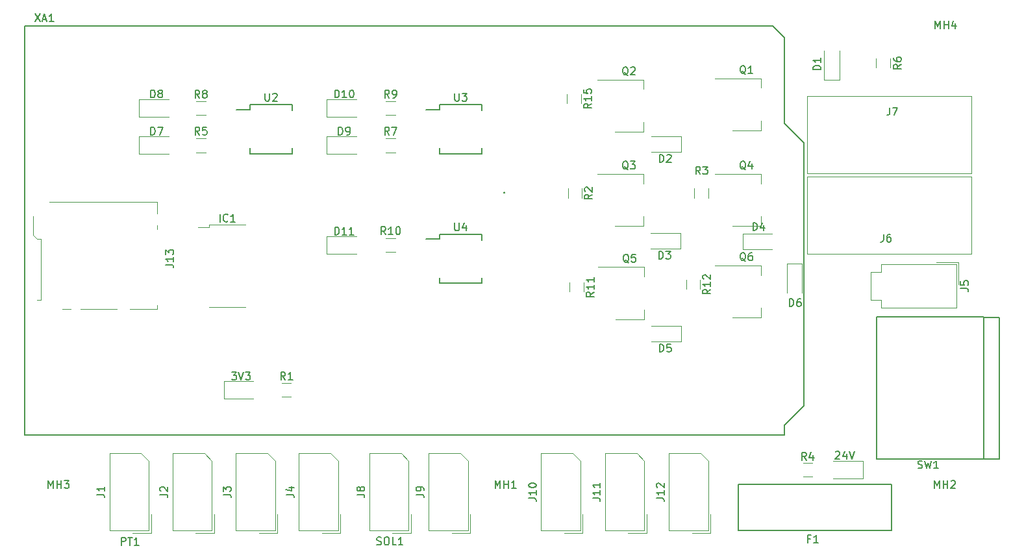
<source format=gbr>
G04 #@! TF.GenerationSoftware,KiCad,Pcbnew,(5.0.0)*
G04 #@! TF.CreationDate,2020-01-14T16:13:25-06:00*
G04 #@! TF.ProjectId,Igniter,49676E697465722E6B696361645F7063,rev?*
G04 #@! TF.SameCoordinates,Original*
G04 #@! TF.FileFunction,Legend,Top*
G04 #@! TF.FilePolarity,Positive*
%FSLAX46Y46*%
G04 Gerber Fmt 4.6, Leading zero omitted, Abs format (unit mm)*
G04 Created by KiCad (PCBNEW (5.0.0)) date 01/14/20 16:13:25*
%MOMM*%
%LPD*%
G01*
G04 APERTURE LIST*
%ADD10C,0.150000*%
%ADD11C,0.120000*%
G04 APERTURE END LIST*
D10*
X97793632Y-154005540D02*
X97793632Y-153005540D01*
X98174584Y-153005540D01*
X98269822Y-153053160D01*
X98317441Y-153100779D01*
X98365060Y-153196017D01*
X98365060Y-153338874D01*
X98317441Y-153434112D01*
X98269822Y-153481731D01*
X98174584Y-153529350D01*
X97793632Y-153529350D01*
X98650775Y-153005540D02*
X99222203Y-153005540D01*
X98936489Y-154005540D02*
X98936489Y-153005540D01*
X100079346Y-154005540D02*
X99507918Y-154005540D01*
X99793632Y-154005540D02*
X99793632Y-153005540D01*
X99698394Y-153148398D01*
X99603156Y-153243636D01*
X99507918Y-153291255D01*
X131113423Y-153917281D02*
X131256280Y-153964900D01*
X131494376Y-153964900D01*
X131589614Y-153917281D01*
X131637233Y-153869662D01*
X131684852Y-153774424D01*
X131684852Y-153679186D01*
X131637233Y-153583948D01*
X131589614Y-153536329D01*
X131494376Y-153488710D01*
X131303900Y-153441091D01*
X131208661Y-153393472D01*
X131161042Y-153345853D01*
X131113423Y-153250615D01*
X131113423Y-153155377D01*
X131161042Y-153060139D01*
X131208661Y-153012520D01*
X131303900Y-152964900D01*
X131541995Y-152964900D01*
X131684852Y-153012520D01*
X132303900Y-152964900D02*
X132494376Y-152964900D01*
X132589614Y-153012520D01*
X132684852Y-153107758D01*
X132732471Y-153298234D01*
X132732471Y-153631567D01*
X132684852Y-153822043D01*
X132589614Y-153917281D01*
X132494376Y-153964900D01*
X132303900Y-153964900D01*
X132208661Y-153917281D01*
X132113423Y-153822043D01*
X132065804Y-153631567D01*
X132065804Y-153298234D01*
X132113423Y-153107758D01*
X132208661Y-153012520D01*
X132303900Y-152964900D01*
X133637233Y-153964900D02*
X133161042Y-153964900D01*
X133161042Y-152964900D01*
X134494376Y-153964900D02*
X133922947Y-153964900D01*
X134208661Y-153964900D02*
X134208661Y-152964900D01*
X134113423Y-153107758D01*
X134018185Y-153202996D01*
X133922947Y-153250615D01*
D11*
G04 #@! TO.C,Q2*
X165892400Y-100120500D02*
X165892400Y-98860500D01*
X165892400Y-93300500D02*
X165892400Y-94560500D01*
X162132400Y-100120500D02*
X165892400Y-100120500D01*
X159882400Y-93300500D02*
X165892400Y-93300500D01*
D10*
G04 #@! TO.C,XA1*
X85234780Y-86288880D02*
X182770780Y-86288880D01*
X85234780Y-139628880D02*
X184294780Y-139628880D01*
X182770780Y-86288880D02*
X184294780Y-87812880D01*
X184294780Y-139628880D02*
X184294780Y-138358880D01*
X184294780Y-138358880D02*
X186834780Y-135818880D01*
X186834780Y-135818880D02*
X186834780Y-101528880D01*
X186834780Y-101528880D02*
X184294780Y-98988880D01*
X184294780Y-98988880D02*
X184294780Y-87812880D01*
X85234780Y-86288880D02*
X85234780Y-139628880D01*
D11*
G04 #@! TO.C,J12*
X174645520Y-152422820D02*
X174645520Y-150012820D01*
X172235520Y-152422820D02*
X174645520Y-152422820D01*
X169225520Y-142002820D02*
X169225520Y-152122820D01*
X173345520Y-142002820D02*
X169225520Y-142002820D01*
X174345520Y-143002820D02*
X173345520Y-142002820D01*
X174345520Y-152122820D02*
X174345520Y-143002820D01*
X169225520Y-152122820D02*
X174345520Y-152122820D01*
G04 #@! TO.C,J11*
X166304160Y-152422820D02*
X166304160Y-150012820D01*
X163894160Y-152422820D02*
X166304160Y-152422820D01*
X160884160Y-142002820D02*
X160884160Y-152122820D01*
X165004160Y-142002820D02*
X160884160Y-142002820D01*
X166004160Y-143002820D02*
X165004160Y-142002820D01*
X166004160Y-152122820D02*
X166004160Y-143002820D01*
X160884160Y-152122820D02*
X166004160Y-152122820D01*
G04 #@! TO.C,J10*
X157962800Y-152422820D02*
X157962800Y-150012820D01*
X155552800Y-152422820D02*
X157962800Y-152422820D01*
X152542800Y-142002820D02*
X152542800Y-152122820D01*
X156662800Y-142002820D02*
X152542800Y-142002820D01*
X157662800Y-143002820D02*
X156662800Y-142002820D01*
X157662800Y-152122820D02*
X157662800Y-143002820D01*
X152542800Y-152122820D02*
X157662800Y-152122820D01*
G04 #@! TO.C,J9*
X143301920Y-152422820D02*
X143301920Y-150012820D01*
X140891920Y-152422820D02*
X143301920Y-152422820D01*
X137881920Y-142002820D02*
X137881920Y-152122820D01*
X142001920Y-142002820D02*
X137881920Y-142002820D01*
X143001920Y-143002820D02*
X142001920Y-142002820D01*
X143001920Y-152122820D02*
X143001920Y-143002820D01*
X137881920Y-152122820D02*
X143001920Y-152122820D01*
G04 #@! TO.C,J8*
X135567620Y-152422820D02*
X135567620Y-150012820D01*
X133157620Y-152422820D02*
X135567620Y-152422820D01*
X130147620Y-142002820D02*
X130147620Y-152122820D01*
X134267620Y-142002820D02*
X130147620Y-142002820D01*
X135267620Y-143002820D02*
X134267620Y-142002820D01*
X135267620Y-152122820D02*
X135267620Y-143002820D01*
X130147620Y-152122820D02*
X135267620Y-152122820D01*
G04 #@! TO.C,D12*
X115036400Y-132646800D02*
X111151400Y-132646800D01*
X111151400Y-132646800D02*
X111151400Y-134916800D01*
X111151400Y-134916800D02*
X115036400Y-134916800D01*
D10*
G04 #@! TO.C,F1*
X178236880Y-152085300D02*
X198193660Y-152085300D01*
X178231800Y-146085300D02*
X198188580Y-146085300D01*
X178231800Y-152085300D02*
X178231800Y-146085300D01*
X198188580Y-152085300D02*
X198188580Y-146085300D01*
D11*
G04 #@! TO.C,IC1*
X109220300Y-112189300D02*
X109220300Y-112589300D01*
X109220300Y-112589300D02*
X107820300Y-112589300D01*
X109220300Y-112189300D02*
X114020300Y-112189300D01*
X109220300Y-122989300D02*
X114020300Y-122989300D01*
G04 #@! TO.C,J13*
X87280000Y-122070000D02*
X86830000Y-122070000D01*
X86340000Y-113540000D02*
X86830000Y-114040000D01*
X86330000Y-111130000D02*
X86330000Y-113530000D01*
X87280000Y-114040000D02*
X86830000Y-114040000D01*
X87280000Y-122070000D02*
X87280000Y-114040000D01*
X91190000Y-123190000D02*
X90090000Y-123190000D01*
X97190000Y-123190000D02*
X92490000Y-123190000D01*
X102500000Y-109220000D02*
X88440000Y-109220000D01*
X102500000Y-123190000D02*
X98890000Y-123190000D01*
X102500000Y-109220000D02*
X102500000Y-110780000D01*
X102500000Y-122680000D02*
X102500000Y-123190000D01*
X102500000Y-112830000D02*
X102500000Y-112280000D01*
G04 #@! TO.C,D13*
X190619900Y-145325720D02*
X194504900Y-145325720D01*
X194504900Y-145325720D02*
X194504900Y-143055720D01*
X194504900Y-143055720D02*
X190619900Y-143055720D01*
D10*
G04 #@! TO.C,U2*
X114559900Y-96566200D02*
X114559900Y-97221200D01*
X120059900Y-96566200D02*
X120059900Y-97316200D01*
X120059900Y-102976200D02*
X120059900Y-102226200D01*
X114559900Y-102976200D02*
X114559900Y-102226200D01*
X114559900Y-96566200D02*
X120059900Y-96566200D01*
X114559900Y-102976200D02*
X120059900Y-102976200D01*
X114559900Y-97221200D02*
X112809900Y-97221200D01*
G04 #@! TO.C,U3*
X139286800Y-97221200D02*
X137536800Y-97221200D01*
X139286800Y-102976200D02*
X144786800Y-102976200D01*
X139286800Y-96566200D02*
X144786800Y-96566200D01*
X139286800Y-102976200D02*
X139286800Y-102226200D01*
X144786800Y-102976200D02*
X144786800Y-102226200D01*
X144786800Y-96566200D02*
X144786800Y-97316200D01*
X139286800Y-96566200D02*
X139286800Y-97221200D01*
G04 #@! TO.C,U4*
X139286800Y-113457200D02*
X139286800Y-114112200D01*
X144786800Y-113457200D02*
X144786800Y-114207200D01*
X144786800Y-119867200D02*
X144786800Y-119117200D01*
X139286800Y-119867200D02*
X139286800Y-119117200D01*
X139286800Y-113457200D02*
X144786800Y-113457200D01*
X139286800Y-119867200D02*
X144786800Y-119867200D01*
X139286800Y-114112200D02*
X137536800Y-114112200D01*
D11*
G04 #@! TO.C,R1*
X118727136Y-134691800D02*
X119931264Y-134691800D01*
X118727136Y-132871800D02*
X119931264Y-132871800D01*
G04 #@! TO.C,R4*
X187886424Y-145100720D02*
X186682296Y-145100720D01*
X187886424Y-143280720D02*
X186682296Y-143280720D01*
G04 #@! TO.C,R5*
X107573536Y-102776700D02*
X108777664Y-102776700D01*
X107573536Y-100956700D02*
X108777664Y-100956700D01*
G04 #@! TO.C,R6*
X198039400Y-91737264D02*
X198039400Y-90533136D01*
X196219400Y-91737264D02*
X196219400Y-90533136D01*
G04 #@! TO.C,R7*
X132300436Y-102776700D02*
X133504564Y-102776700D01*
X132300436Y-100956700D02*
X133504564Y-100956700D01*
G04 #@! TO.C,R8*
X108777664Y-96105300D02*
X107573536Y-96105300D01*
X108777664Y-97925300D02*
X107573536Y-97925300D01*
G04 #@! TO.C,R9*
X133504564Y-97925300D02*
X132300436Y-97925300D01*
X133504564Y-96105300D02*
X132300436Y-96105300D01*
G04 #@! TO.C,R10*
X133504564Y-113986900D02*
X132300436Y-113986900D01*
X133504564Y-115806900D02*
X132300436Y-115806900D01*
G04 #@! TO.C,R15*
X157729600Y-95181336D02*
X157729600Y-96385464D01*
X155909600Y-95181336D02*
X155909600Y-96385464D01*
G04 #@! TO.C,D1*
X189461900Y-93335200D02*
X189461900Y-89485200D01*
X191461900Y-93335200D02*
X191461900Y-89485200D01*
X189461900Y-93335200D02*
X191461900Y-93335200D01*
G04 #@! TO.C,D2*
X170779800Y-102714300D02*
X170779800Y-100714300D01*
X170779800Y-100714300D02*
X166929800Y-100714300D01*
X170779800Y-102714300D02*
X166929800Y-102714300D01*
G04 #@! TO.C,J6*
X187212500Y-116063800D02*
X208612500Y-116063800D01*
X187212500Y-105963800D02*
X208612500Y-105963800D01*
X208612500Y-116063800D02*
X208612500Y-105963800D01*
X187212500Y-116063800D02*
X187212500Y-105963800D01*
G04 #@! TO.C,J7*
X208612500Y-95429300D02*
X208612500Y-105529300D01*
X187212500Y-95429300D02*
X187212500Y-105529300D01*
X208612500Y-105529300D02*
X187212500Y-105529300D01*
X208612500Y-95429300D02*
X187212500Y-95429300D01*
G04 #@! TO.C,D7*
X100089700Y-103001700D02*
X103974700Y-103001700D01*
X100089700Y-100731700D02*
X100089700Y-103001700D01*
X103974700Y-100731700D02*
X100089700Y-100731700D01*
G04 #@! TO.C,D9*
X128447600Y-100731700D02*
X124562600Y-100731700D01*
X124562600Y-100731700D02*
X124562600Y-103001700D01*
X124562600Y-103001700D02*
X128447600Y-103001700D01*
G04 #@! TO.C,D10*
X128447600Y-95880300D02*
X124562600Y-95880300D01*
X124562600Y-95880300D02*
X124562600Y-98150300D01*
X124562600Y-98150300D02*
X128447600Y-98150300D01*
G04 #@! TO.C,D11*
X124562600Y-116031900D02*
X128447600Y-116031900D01*
X124562600Y-113761900D02*
X124562600Y-116031900D01*
X128447600Y-113761900D02*
X124562600Y-113761900D01*
G04 #@! TO.C,D8*
X103974700Y-95880300D02*
X100089700Y-95880300D01*
X100089700Y-95880300D02*
X100089700Y-98150300D01*
X100089700Y-98150300D02*
X103974700Y-98150300D01*
G04 #@! TO.C,D3*
X170703600Y-115312700D02*
X170703600Y-113312700D01*
X170703600Y-113312700D02*
X166853600Y-113312700D01*
X170703600Y-115312700D02*
X166853600Y-115312700D01*
G04 #@! TO.C,D4*
X178825800Y-113427000D02*
X182675800Y-113427000D01*
X178825800Y-115427000D02*
X182675800Y-115427000D01*
X178825800Y-113427000D02*
X178825800Y-115427000D01*
G04 #@! TO.C,D5*
X170779800Y-127453900D02*
X170779800Y-125453900D01*
X170779800Y-125453900D02*
X166929800Y-125453900D01*
X170779800Y-127453900D02*
X166929800Y-127453900D01*
G04 #@! TO.C,D6*
X186572400Y-117294300D02*
X186572400Y-121144300D01*
X184572400Y-117294300D02*
X184572400Y-121144300D01*
X186572400Y-117294300D02*
X184572400Y-117294300D01*
G04 #@! TO.C,R2*
X157843900Y-107513036D02*
X157843900Y-108717164D01*
X156023900Y-107513036D02*
X156023900Y-108717164D01*
G04 #@! TO.C,R3*
X172495800Y-107513036D02*
X172495800Y-108717164D01*
X174315800Y-107513036D02*
X174315800Y-108717164D01*
G04 #@! TO.C,R11*
X158059800Y-119768536D02*
X158059800Y-120972664D01*
X156239800Y-119768536D02*
X156239800Y-120972664D01*
G04 #@! TO.C,R12*
X171441700Y-119400236D02*
X171441700Y-120604364D01*
X173261700Y-119400236D02*
X173261700Y-120604364D01*
G04 #@! TO.C,J1*
X96253860Y-152122820D02*
X101373860Y-152122820D01*
X101373860Y-152122820D02*
X101373860Y-143002820D01*
X101373860Y-143002820D02*
X100373860Y-142002820D01*
X100373860Y-142002820D02*
X96253860Y-142002820D01*
X96253860Y-142002820D02*
X96253860Y-152122820D01*
X99263860Y-152422820D02*
X101673860Y-152422820D01*
X101673860Y-152422820D02*
X101673860Y-150012820D01*
G04 #@! TO.C,J2*
X104487693Y-152122820D02*
X109607693Y-152122820D01*
X109607693Y-152122820D02*
X109607693Y-143002820D01*
X109607693Y-143002820D02*
X108607693Y-142002820D01*
X108607693Y-142002820D02*
X104487693Y-142002820D01*
X104487693Y-142002820D02*
X104487693Y-152122820D01*
X107497693Y-152422820D02*
X109907693Y-152422820D01*
X109907693Y-152422820D02*
X109907693Y-150012820D01*
G04 #@! TO.C,J3*
X118141526Y-152422820D02*
X118141526Y-150012820D01*
X115731526Y-152422820D02*
X118141526Y-152422820D01*
X112721526Y-142002820D02*
X112721526Y-152122820D01*
X116841526Y-142002820D02*
X112721526Y-142002820D01*
X117841526Y-143002820D02*
X116841526Y-142002820D01*
X117841526Y-152122820D02*
X117841526Y-143002820D01*
X112721526Y-152122820D02*
X117841526Y-152122820D01*
G04 #@! TO.C,J4*
X126375360Y-152422820D02*
X126375360Y-150012820D01*
X123965360Y-152422820D02*
X126375360Y-152422820D01*
X120955360Y-142002820D02*
X120955360Y-152122820D01*
X125075360Y-142002820D02*
X120955360Y-142002820D01*
X126075360Y-143002820D02*
X125075360Y-142002820D01*
X126075360Y-152122820D02*
X126075360Y-143002820D01*
X120955360Y-152122820D02*
X126075360Y-152122820D01*
G04 #@! TO.C,J5*
X206697920Y-120200420D02*
X206697920Y-117390420D01*
X206697920Y-117390420D02*
X196877920Y-117390420D01*
X196877920Y-117390420D02*
X196877920Y-118390420D01*
X196877920Y-118390420D02*
X195477920Y-118390420D01*
X195477920Y-118390420D02*
X195477920Y-120200420D01*
X206697920Y-120200420D02*
X206697920Y-123010420D01*
X206697920Y-123010420D02*
X196877920Y-123010420D01*
X196877920Y-123010420D02*
X196877920Y-122010420D01*
X196877920Y-122010420D02*
X195477920Y-122010420D01*
X195477920Y-122010420D02*
X195477920Y-120200420D01*
X206937920Y-120000420D02*
X206937920Y-117150420D01*
X206937920Y-117150420D02*
X204087920Y-117150420D01*
G04 #@! TO.C,Q3*
X159882400Y-105594100D02*
X165892400Y-105594100D01*
X162132400Y-112414100D02*
X165892400Y-112414100D01*
X165892400Y-105594100D02*
X165892400Y-106854100D01*
X165892400Y-112414100D02*
X165892400Y-111154100D01*
G04 #@! TO.C,Q4*
X181221300Y-112414100D02*
X181221300Y-111154100D01*
X181221300Y-105594100D02*
X181221300Y-106854100D01*
X177461300Y-112414100D02*
X181221300Y-112414100D01*
X175211300Y-105594100D02*
X181221300Y-105594100D01*
G04 #@! TO.C,Q5*
X159971300Y-117722600D02*
X165981300Y-117722600D01*
X162221300Y-124542600D02*
X165981300Y-124542600D01*
X165981300Y-117722600D02*
X165981300Y-118982600D01*
X165981300Y-124542600D02*
X165981300Y-123282600D01*
G04 #@! TO.C,Q6*
X181221300Y-124339400D02*
X181221300Y-123079400D01*
X181221300Y-117519400D02*
X181221300Y-118779400D01*
X177461300Y-124339400D02*
X181221300Y-124339400D01*
X175211300Y-117519400D02*
X181221300Y-117519400D01*
G04 #@! TO.C,Q1*
X181221300Y-99942700D02*
X181221300Y-98682700D01*
X181221300Y-93122700D02*
X181221300Y-94382700D01*
X177461300Y-99942700D02*
X181221300Y-99942700D01*
X175211300Y-93122700D02*
X181221300Y-93122700D01*
D10*
G04 #@! TO.C,SW1*
X196246600Y-142777800D02*
X196246600Y-124277800D01*
X196253100Y-124277800D02*
X210253100Y-124277800D01*
X196253100Y-142786100D02*
X210253100Y-142786100D01*
X210253100Y-142786100D02*
X210253100Y-124286100D01*
X210248500Y-124282200D02*
X212248500Y-124282200D01*
X210248500Y-142786100D02*
X212248500Y-142786100D01*
X212255100Y-142786100D02*
X212255100Y-124282200D01*
G04 #@! TO.C,Q2*
X163887161Y-92758119D02*
X163791923Y-92710500D01*
X163696685Y-92615261D01*
X163553828Y-92472404D01*
X163458590Y-92424785D01*
X163363352Y-92424785D01*
X163410971Y-92662880D02*
X163315733Y-92615261D01*
X163220495Y-92520023D01*
X163172876Y-92329547D01*
X163172876Y-91996214D01*
X163220495Y-91805738D01*
X163315733Y-91710500D01*
X163410971Y-91662880D01*
X163601447Y-91662880D01*
X163696685Y-91710500D01*
X163791923Y-91805738D01*
X163839542Y-91996214D01*
X163839542Y-92329547D01*
X163791923Y-92520023D01*
X163696685Y-92615261D01*
X163601447Y-92662880D01*
X163410971Y-92662880D01*
X164220495Y-91758119D02*
X164268114Y-91710500D01*
X164363352Y-91662880D01*
X164601447Y-91662880D01*
X164696685Y-91710500D01*
X164744304Y-91758119D01*
X164791923Y-91853357D01*
X164791923Y-91948595D01*
X164744304Y-92091452D01*
X164172876Y-92662880D01*
X164791923Y-92662880D01*
G04 #@! TO.C,XA1*
X86536684Y-84725260D02*
X87203351Y-85725260D01*
X87203351Y-84725260D02*
X86536684Y-85725260D01*
X87536684Y-85439546D02*
X88012875Y-85439546D01*
X87441446Y-85725260D02*
X87774780Y-84725260D01*
X88108113Y-85725260D01*
X88965256Y-85725260D02*
X88393827Y-85725260D01*
X88679541Y-85725260D02*
X88679541Y-84725260D01*
X88584303Y-84868118D01*
X88489065Y-84963356D01*
X88393827Y-85010975D01*
X147718780Y-107982022D02*
X147766399Y-108029641D01*
X147718780Y-108077260D01*
X147671160Y-108029641D01*
X147718780Y-107982022D01*
X147718780Y-108077260D01*
G04 #@! TO.C,J12*
X167587900Y-147872343D02*
X168302186Y-147872343D01*
X168445043Y-147919962D01*
X168540281Y-148015200D01*
X168587900Y-148158058D01*
X168587900Y-148253296D01*
X168587900Y-146872343D02*
X168587900Y-147443772D01*
X168587900Y-147158058D02*
X167587900Y-147158058D01*
X167730758Y-147253296D01*
X167825996Y-147348534D01*
X167873615Y-147443772D01*
X167683139Y-146491391D02*
X167635520Y-146443772D01*
X167587900Y-146348534D01*
X167587900Y-146110439D01*
X167635520Y-146015200D01*
X167683139Y-145967581D01*
X167778377Y-145919962D01*
X167873615Y-145919962D01*
X168016472Y-145967581D01*
X168587900Y-146539010D01*
X168587900Y-145919962D01*
G04 #@! TO.C,J11*
X159246540Y-147872343D02*
X159960826Y-147872343D01*
X160103683Y-147919962D01*
X160198921Y-148015200D01*
X160246540Y-148158058D01*
X160246540Y-148253296D01*
X160246540Y-146872343D02*
X160246540Y-147443772D01*
X160246540Y-147158058D02*
X159246540Y-147158058D01*
X159389398Y-147253296D01*
X159484636Y-147348534D01*
X159532255Y-147443772D01*
X160246540Y-145919962D02*
X160246540Y-146491391D01*
X160246540Y-146205677D02*
X159246540Y-146205677D01*
X159389398Y-146300915D01*
X159484636Y-146396153D01*
X159532255Y-146491391D01*
G04 #@! TO.C,J10*
X150905180Y-147872343D02*
X151619466Y-147872343D01*
X151762323Y-147919962D01*
X151857561Y-148015200D01*
X151905180Y-148158058D01*
X151905180Y-148253296D01*
X151905180Y-146872343D02*
X151905180Y-147443772D01*
X151905180Y-147158058D02*
X150905180Y-147158058D01*
X151048038Y-147253296D01*
X151143276Y-147348534D01*
X151190895Y-147443772D01*
X150905180Y-146253296D02*
X150905180Y-146158058D01*
X150952800Y-146062820D01*
X151000419Y-146015200D01*
X151095657Y-145967581D01*
X151286133Y-145919962D01*
X151524228Y-145919962D01*
X151714704Y-145967581D01*
X151809942Y-146015200D01*
X151857561Y-146062820D01*
X151905180Y-146158058D01*
X151905180Y-146253296D01*
X151857561Y-146348534D01*
X151809942Y-146396153D01*
X151714704Y-146443772D01*
X151524228Y-146491391D01*
X151286133Y-146491391D01*
X151095657Y-146443772D01*
X151000419Y-146396153D01*
X150952800Y-146348534D01*
X150905180Y-146253296D01*
G04 #@! TO.C,J9*
X136244300Y-147396153D02*
X136958586Y-147396153D01*
X137101443Y-147443772D01*
X137196681Y-147539010D01*
X137244300Y-147681867D01*
X137244300Y-147777105D01*
X137244300Y-146872343D02*
X137244300Y-146681867D01*
X137196681Y-146586629D01*
X137149062Y-146539010D01*
X137006205Y-146443772D01*
X136815729Y-146396153D01*
X136434777Y-146396153D01*
X136339539Y-146443772D01*
X136291920Y-146491391D01*
X136244300Y-146586629D01*
X136244300Y-146777105D01*
X136291920Y-146872343D01*
X136339539Y-146919962D01*
X136434777Y-146967581D01*
X136672872Y-146967581D01*
X136768110Y-146919962D01*
X136815729Y-146872343D01*
X136863348Y-146777105D01*
X136863348Y-146586629D01*
X136815729Y-146491391D01*
X136768110Y-146443772D01*
X136672872Y-146396153D01*
G04 #@! TO.C,J8*
X128510000Y-147396153D02*
X129224286Y-147396153D01*
X129367143Y-147443772D01*
X129462381Y-147539010D01*
X129510000Y-147681867D01*
X129510000Y-147777105D01*
X128938572Y-146777105D02*
X128890953Y-146872343D01*
X128843334Y-146919962D01*
X128748096Y-146967581D01*
X128700477Y-146967581D01*
X128605239Y-146919962D01*
X128557620Y-146872343D01*
X128510000Y-146777105D01*
X128510000Y-146586629D01*
X128557620Y-146491391D01*
X128605239Y-146443772D01*
X128700477Y-146396153D01*
X128748096Y-146396153D01*
X128843334Y-146443772D01*
X128890953Y-146491391D01*
X128938572Y-146586629D01*
X128938572Y-146777105D01*
X128986191Y-146872343D01*
X129033810Y-146919962D01*
X129129048Y-146967581D01*
X129319524Y-146967581D01*
X129414762Y-146919962D01*
X129462381Y-146872343D01*
X129510000Y-146777105D01*
X129510000Y-146586629D01*
X129462381Y-146491391D01*
X129414762Y-146443772D01*
X129319524Y-146396153D01*
X129129048Y-146396153D01*
X129033810Y-146443772D01*
X128986191Y-146491391D01*
X128938572Y-146586629D01*
G04 #@! TO.C,D12*
X112188464Y-131443480D02*
X112807512Y-131443480D01*
X112474179Y-131824433D01*
X112617036Y-131824433D01*
X112712274Y-131872052D01*
X112759893Y-131919671D01*
X112807512Y-132014909D01*
X112807512Y-132253004D01*
X112759893Y-132348242D01*
X112712274Y-132395861D01*
X112617036Y-132443480D01*
X112331321Y-132443480D01*
X112236083Y-132395861D01*
X112188464Y-132348242D01*
X113093226Y-131443480D02*
X113426560Y-132443480D01*
X113759893Y-131443480D01*
X113997988Y-131443480D02*
X114617036Y-131443480D01*
X114283702Y-131824433D01*
X114426560Y-131824433D01*
X114521798Y-131872052D01*
X114569417Y-131919671D01*
X114617036Y-132014909D01*
X114617036Y-132253004D01*
X114569417Y-132348242D01*
X114521798Y-132395861D01*
X114426560Y-132443480D01*
X114140845Y-132443480D01*
X114045607Y-132395861D01*
X113997988Y-132348242D01*
G04 #@! TO.C,F1*
X187613966Y-153166771D02*
X187280633Y-153166771D01*
X187280633Y-153690580D02*
X187280633Y-152690580D01*
X187756823Y-152690580D01*
X188661585Y-153690580D02*
X188090157Y-153690580D01*
X188375871Y-153690580D02*
X188375871Y-152690580D01*
X188280633Y-152833438D01*
X188185395Y-152928676D01*
X188090157Y-152976295D01*
G04 #@! TO.C,IC1*
X110644109Y-111841680D02*
X110644109Y-110841680D01*
X111691728Y-111746442D02*
X111644109Y-111794061D01*
X111501252Y-111841680D01*
X111406014Y-111841680D01*
X111263157Y-111794061D01*
X111167919Y-111698823D01*
X111120300Y-111603585D01*
X111072680Y-111413109D01*
X111072680Y-111270252D01*
X111120300Y-111079776D01*
X111167919Y-110984538D01*
X111263157Y-110889300D01*
X111406014Y-110841680D01*
X111501252Y-110841680D01*
X111644109Y-110889300D01*
X111691728Y-110936919D01*
X112644109Y-111841680D02*
X112072680Y-111841680D01*
X112358395Y-111841680D02*
X112358395Y-110841680D01*
X112263157Y-110984538D01*
X112167919Y-111079776D01*
X112072680Y-111127395D01*
G04 #@! TO.C,J13*
X103592380Y-117439523D02*
X104306666Y-117439523D01*
X104449523Y-117487142D01*
X104544761Y-117582380D01*
X104592380Y-117725238D01*
X104592380Y-117820476D01*
X104592380Y-116439523D02*
X104592380Y-117010952D01*
X104592380Y-116725238D02*
X103592380Y-116725238D01*
X103735238Y-116820476D01*
X103830476Y-116915714D01*
X103878095Y-117010952D01*
X103592380Y-116106190D02*
X103592380Y-115487142D01*
X103973333Y-115820476D01*
X103973333Y-115677619D01*
X104020952Y-115582380D01*
X104068571Y-115534761D01*
X104163809Y-115487142D01*
X104401904Y-115487142D01*
X104497142Y-115534761D01*
X104544761Y-115582380D01*
X104592380Y-115677619D01*
X104592380Y-115963333D01*
X104544761Y-116058571D01*
X104497142Y-116106190D01*
G04 #@! TO.C,D13*
X190922423Y-141889219D02*
X190970042Y-141841600D01*
X191065280Y-141793980D01*
X191303376Y-141793980D01*
X191398614Y-141841600D01*
X191446233Y-141889219D01*
X191493852Y-141984457D01*
X191493852Y-142079695D01*
X191446233Y-142222552D01*
X190874804Y-142793980D01*
X191493852Y-142793980D01*
X192350995Y-142127314D02*
X192350995Y-142793980D01*
X192112900Y-141746361D02*
X191874804Y-142460647D01*
X192493852Y-142460647D01*
X192731947Y-141793980D02*
X193065280Y-142793980D01*
X193398614Y-141793980D01*
G04 #@! TO.C,U2*
X116547995Y-95093580D02*
X116547995Y-95903104D01*
X116595614Y-95998342D01*
X116643233Y-96045961D01*
X116738471Y-96093580D01*
X116928947Y-96093580D01*
X117024185Y-96045961D01*
X117071804Y-95998342D01*
X117119423Y-95903104D01*
X117119423Y-95093580D01*
X117547995Y-95188819D02*
X117595614Y-95141200D01*
X117690852Y-95093580D01*
X117928947Y-95093580D01*
X118024185Y-95141200D01*
X118071804Y-95188819D01*
X118119423Y-95284057D01*
X118119423Y-95379295D01*
X118071804Y-95522152D01*
X117500376Y-96093580D01*
X118119423Y-96093580D01*
G04 #@! TO.C,U3*
X141274895Y-95093580D02*
X141274895Y-95903104D01*
X141322514Y-95998342D01*
X141370133Y-96045961D01*
X141465371Y-96093580D01*
X141655847Y-96093580D01*
X141751085Y-96045961D01*
X141798704Y-95998342D01*
X141846323Y-95903104D01*
X141846323Y-95093580D01*
X142227276Y-95093580D02*
X142846323Y-95093580D01*
X142512990Y-95474533D01*
X142655847Y-95474533D01*
X142751085Y-95522152D01*
X142798704Y-95569771D01*
X142846323Y-95665009D01*
X142846323Y-95903104D01*
X142798704Y-95998342D01*
X142751085Y-96045961D01*
X142655847Y-96093580D01*
X142370133Y-96093580D01*
X142274895Y-96045961D01*
X142227276Y-95998342D01*
G04 #@! TO.C,U4*
X141274895Y-111984580D02*
X141274895Y-112794104D01*
X141322514Y-112889342D01*
X141370133Y-112936961D01*
X141465371Y-112984580D01*
X141655847Y-112984580D01*
X141751085Y-112936961D01*
X141798704Y-112889342D01*
X141846323Y-112794104D01*
X141846323Y-111984580D01*
X142751085Y-112317914D02*
X142751085Y-112984580D01*
X142512990Y-111936961D02*
X142274895Y-112651247D01*
X142893942Y-112651247D01*
G04 #@! TO.C,R1*
X119172693Y-132443480D02*
X118839360Y-131967290D01*
X118601264Y-132443480D02*
X118601264Y-131443480D01*
X118982217Y-131443480D01*
X119077455Y-131491100D01*
X119125074Y-131538719D01*
X119172693Y-131633957D01*
X119172693Y-131776814D01*
X119125074Y-131872052D01*
X119077455Y-131919671D01*
X118982217Y-131967290D01*
X118601264Y-131967290D01*
X120125074Y-132443480D02*
X119553645Y-132443480D01*
X119839360Y-132443480D02*
X119839360Y-131443480D01*
X119744121Y-131586338D01*
X119648883Y-131681576D01*
X119553645Y-131729195D01*
G04 #@! TO.C,R4*
X187117693Y-142915900D02*
X186784360Y-142439710D01*
X186546264Y-142915900D02*
X186546264Y-141915900D01*
X186927217Y-141915900D01*
X187022455Y-141963520D01*
X187070074Y-142011139D01*
X187117693Y-142106377D01*
X187117693Y-142249234D01*
X187070074Y-142344472D01*
X187022455Y-142392091D01*
X186927217Y-142439710D01*
X186546264Y-142439710D01*
X187974836Y-142249234D02*
X187974836Y-142915900D01*
X187736740Y-141868281D02*
X187498645Y-142582567D01*
X188117693Y-142582567D01*
G04 #@! TO.C,R5*
X108008933Y-100499080D02*
X107675600Y-100022890D01*
X107437504Y-100499080D02*
X107437504Y-99499080D01*
X107818457Y-99499080D01*
X107913695Y-99546700D01*
X107961314Y-99594319D01*
X108008933Y-99689557D01*
X108008933Y-99832414D01*
X107961314Y-99927652D01*
X107913695Y-99975271D01*
X107818457Y-100022890D01*
X107437504Y-100022890D01*
X108913695Y-99499080D02*
X108437504Y-99499080D01*
X108389885Y-99975271D01*
X108437504Y-99927652D01*
X108532742Y-99880033D01*
X108770838Y-99880033D01*
X108866076Y-99927652D01*
X108913695Y-99975271D01*
X108961314Y-100070509D01*
X108961314Y-100308604D01*
X108913695Y-100403842D01*
X108866076Y-100451461D01*
X108770838Y-100499080D01*
X108532742Y-100499080D01*
X108437504Y-100451461D01*
X108389885Y-100403842D01*
G04 #@! TO.C,R6*
X199486780Y-91314566D02*
X199010590Y-91647900D01*
X199486780Y-91885995D02*
X198486780Y-91885995D01*
X198486780Y-91505042D01*
X198534400Y-91409804D01*
X198582019Y-91362185D01*
X198677257Y-91314566D01*
X198820114Y-91314566D01*
X198915352Y-91362185D01*
X198962971Y-91409804D01*
X199010590Y-91505042D01*
X199010590Y-91885995D01*
X198486780Y-90457423D02*
X198486780Y-90647900D01*
X198534400Y-90743138D01*
X198582019Y-90790757D01*
X198724876Y-90885995D01*
X198915352Y-90933614D01*
X199296304Y-90933614D01*
X199391542Y-90885995D01*
X199439161Y-90838376D01*
X199486780Y-90743138D01*
X199486780Y-90552661D01*
X199439161Y-90457423D01*
X199391542Y-90409804D01*
X199296304Y-90362185D01*
X199058209Y-90362185D01*
X198962971Y-90409804D01*
X198915352Y-90457423D01*
X198867733Y-90552661D01*
X198867733Y-90743138D01*
X198915352Y-90838376D01*
X198962971Y-90885995D01*
X199058209Y-90933614D01*
G04 #@! TO.C,R7*
X132735833Y-100499080D02*
X132402500Y-100022890D01*
X132164404Y-100499080D02*
X132164404Y-99499080D01*
X132545357Y-99499080D01*
X132640595Y-99546700D01*
X132688214Y-99594319D01*
X132735833Y-99689557D01*
X132735833Y-99832414D01*
X132688214Y-99927652D01*
X132640595Y-99975271D01*
X132545357Y-100022890D01*
X132164404Y-100022890D01*
X133069166Y-99499080D02*
X133735833Y-99499080D01*
X133307261Y-100499080D01*
G04 #@! TO.C,R8*
X108008933Y-95689680D02*
X107675600Y-95213490D01*
X107437504Y-95689680D02*
X107437504Y-94689680D01*
X107818457Y-94689680D01*
X107913695Y-94737300D01*
X107961314Y-94784919D01*
X108008933Y-94880157D01*
X108008933Y-95023014D01*
X107961314Y-95118252D01*
X107913695Y-95165871D01*
X107818457Y-95213490D01*
X107437504Y-95213490D01*
X108580361Y-95118252D02*
X108485123Y-95070633D01*
X108437504Y-95023014D01*
X108389885Y-94927776D01*
X108389885Y-94880157D01*
X108437504Y-94784919D01*
X108485123Y-94737300D01*
X108580361Y-94689680D01*
X108770838Y-94689680D01*
X108866076Y-94737300D01*
X108913695Y-94784919D01*
X108961314Y-94880157D01*
X108961314Y-94927776D01*
X108913695Y-95023014D01*
X108866076Y-95070633D01*
X108770838Y-95118252D01*
X108580361Y-95118252D01*
X108485123Y-95165871D01*
X108437504Y-95213490D01*
X108389885Y-95308728D01*
X108389885Y-95499204D01*
X108437504Y-95594442D01*
X108485123Y-95642061D01*
X108580361Y-95689680D01*
X108770838Y-95689680D01*
X108866076Y-95642061D01*
X108913695Y-95594442D01*
X108961314Y-95499204D01*
X108961314Y-95308728D01*
X108913695Y-95213490D01*
X108866076Y-95165871D01*
X108770838Y-95118252D01*
G04 #@! TO.C,R9*
X132735833Y-95664280D02*
X132402500Y-95188090D01*
X132164404Y-95664280D02*
X132164404Y-94664280D01*
X132545357Y-94664280D01*
X132640595Y-94711900D01*
X132688214Y-94759519D01*
X132735833Y-94854757D01*
X132735833Y-94997614D01*
X132688214Y-95092852D01*
X132640595Y-95140471D01*
X132545357Y-95188090D01*
X132164404Y-95188090D01*
X133212023Y-95664280D02*
X133402500Y-95664280D01*
X133497738Y-95616661D01*
X133545357Y-95569042D01*
X133640595Y-95426185D01*
X133688214Y-95235709D01*
X133688214Y-94854757D01*
X133640595Y-94759519D01*
X133592976Y-94711900D01*
X133497738Y-94664280D01*
X133307261Y-94664280D01*
X133212023Y-94711900D01*
X133164404Y-94759519D01*
X133116785Y-94854757D01*
X133116785Y-95092852D01*
X133164404Y-95188090D01*
X133212023Y-95235709D01*
X133307261Y-95283328D01*
X133497738Y-95283328D01*
X133592976Y-95235709D01*
X133640595Y-95188090D01*
X133688214Y-95092852D01*
G04 #@! TO.C,R10*
X132259642Y-113495080D02*
X131926309Y-113018890D01*
X131688214Y-113495080D02*
X131688214Y-112495080D01*
X132069166Y-112495080D01*
X132164404Y-112542700D01*
X132212023Y-112590319D01*
X132259642Y-112685557D01*
X132259642Y-112828414D01*
X132212023Y-112923652D01*
X132164404Y-112971271D01*
X132069166Y-113018890D01*
X131688214Y-113018890D01*
X133212023Y-113495080D02*
X132640595Y-113495080D01*
X132926309Y-113495080D02*
X132926309Y-112495080D01*
X132831071Y-112637938D01*
X132735833Y-112733176D01*
X132640595Y-112780795D01*
X133831071Y-112495080D02*
X133926309Y-112495080D01*
X134021547Y-112542700D01*
X134069166Y-112590319D01*
X134116785Y-112685557D01*
X134164404Y-112876033D01*
X134164404Y-113114128D01*
X134116785Y-113304604D01*
X134069166Y-113399842D01*
X134021547Y-113447461D01*
X133926309Y-113495080D01*
X133831071Y-113495080D01*
X133735833Y-113447461D01*
X133688214Y-113399842D01*
X133640595Y-113304604D01*
X133592976Y-113114128D01*
X133592976Y-112876033D01*
X133640595Y-112685557D01*
X133688214Y-112590319D01*
X133735833Y-112542700D01*
X133831071Y-112495080D01*
G04 #@! TO.C,R15*
X159091980Y-96426257D02*
X158615790Y-96759590D01*
X159091980Y-96997685D02*
X158091980Y-96997685D01*
X158091980Y-96616733D01*
X158139600Y-96521495D01*
X158187219Y-96473876D01*
X158282457Y-96426257D01*
X158425314Y-96426257D01*
X158520552Y-96473876D01*
X158568171Y-96521495D01*
X158615790Y-96616733D01*
X158615790Y-96997685D01*
X159091980Y-95473876D02*
X159091980Y-96045304D01*
X159091980Y-95759590D02*
X158091980Y-95759590D01*
X158234838Y-95854828D01*
X158330076Y-95950066D01*
X158377695Y-96045304D01*
X158091980Y-94569114D02*
X158091980Y-95045304D01*
X158568171Y-95092923D01*
X158520552Y-95045304D01*
X158472933Y-94950066D01*
X158472933Y-94711971D01*
X158520552Y-94616733D01*
X158568171Y-94569114D01*
X158663409Y-94521495D01*
X158901504Y-94521495D01*
X158996742Y-94569114D01*
X159044361Y-94616733D01*
X159091980Y-94711971D01*
X159091980Y-94950066D01*
X159044361Y-95045304D01*
X158996742Y-95092923D01*
G04 #@! TO.C,D1*
X189009280Y-92000295D02*
X188009280Y-92000295D01*
X188009280Y-91762200D01*
X188056900Y-91619342D01*
X188152138Y-91524104D01*
X188247376Y-91476485D01*
X188437852Y-91428866D01*
X188580709Y-91428866D01*
X188771185Y-91476485D01*
X188866423Y-91524104D01*
X188961661Y-91619342D01*
X189009280Y-91762200D01*
X189009280Y-92000295D01*
X189009280Y-90476485D02*
X189009280Y-91047914D01*
X189009280Y-90762200D02*
X188009280Y-90762200D01*
X188152138Y-90857438D01*
X188247376Y-90952676D01*
X188294995Y-91047914D01*
G04 #@! TO.C,D2*
X167968704Y-104071680D02*
X167968704Y-103071680D01*
X168206800Y-103071680D01*
X168349657Y-103119300D01*
X168444895Y-103214538D01*
X168492514Y-103309776D01*
X168540133Y-103500252D01*
X168540133Y-103643109D01*
X168492514Y-103833585D01*
X168444895Y-103928823D01*
X168349657Y-104024061D01*
X168206800Y-104071680D01*
X167968704Y-104071680D01*
X168921085Y-103166919D02*
X168968704Y-103119300D01*
X169063942Y-103071680D01*
X169302038Y-103071680D01*
X169397276Y-103119300D01*
X169444895Y-103166919D01*
X169492514Y-103262157D01*
X169492514Y-103357395D01*
X169444895Y-103500252D01*
X168873466Y-104071680D01*
X169492514Y-104071680D01*
G04 #@! TO.C,J6*
X197179166Y-113466180D02*
X197179166Y-114180466D01*
X197131547Y-114323323D01*
X197036309Y-114418561D01*
X196893452Y-114466180D01*
X196798214Y-114466180D01*
X198083928Y-113466180D02*
X197893452Y-113466180D01*
X197798214Y-113513800D01*
X197750595Y-113561419D01*
X197655357Y-113704276D01*
X197607738Y-113894752D01*
X197607738Y-114275704D01*
X197655357Y-114370942D01*
X197702976Y-114418561D01*
X197798214Y-114466180D01*
X197988690Y-114466180D01*
X198083928Y-114418561D01*
X198131547Y-114370942D01*
X198179166Y-114275704D01*
X198179166Y-114037609D01*
X198131547Y-113942371D01*
X198083928Y-113894752D01*
X197988690Y-113847133D01*
X197798214Y-113847133D01*
X197702976Y-113894752D01*
X197655357Y-113942371D01*
X197607738Y-114037609D01*
G04 #@! TO.C,J7*
X197979166Y-96931680D02*
X197979166Y-97645966D01*
X197931547Y-97788823D01*
X197836309Y-97884061D01*
X197693452Y-97931680D01*
X197598214Y-97931680D01*
X198360119Y-96931680D02*
X199026785Y-96931680D01*
X198598214Y-97931680D01*
G04 #@! TO.C,D7*
X101636604Y-100499080D02*
X101636604Y-99499080D01*
X101874700Y-99499080D01*
X102017557Y-99546700D01*
X102112795Y-99641938D01*
X102160414Y-99737176D01*
X102208033Y-99927652D01*
X102208033Y-100070509D01*
X102160414Y-100260985D01*
X102112795Y-100356223D01*
X102017557Y-100451461D01*
X101874700Y-100499080D01*
X101636604Y-100499080D01*
X102541366Y-99499080D02*
X103208033Y-99499080D01*
X102779461Y-100499080D01*
G04 #@! TO.C,D9*
X126109504Y-100499080D02*
X126109504Y-99499080D01*
X126347600Y-99499080D01*
X126490457Y-99546700D01*
X126585695Y-99641938D01*
X126633314Y-99737176D01*
X126680933Y-99927652D01*
X126680933Y-100070509D01*
X126633314Y-100260985D01*
X126585695Y-100356223D01*
X126490457Y-100451461D01*
X126347600Y-100499080D01*
X126109504Y-100499080D01*
X127157123Y-100499080D02*
X127347600Y-100499080D01*
X127442838Y-100451461D01*
X127490457Y-100403842D01*
X127585695Y-100260985D01*
X127633314Y-100070509D01*
X127633314Y-99689557D01*
X127585695Y-99594319D01*
X127538076Y-99546700D01*
X127442838Y-99499080D01*
X127252361Y-99499080D01*
X127157123Y-99546700D01*
X127109504Y-99594319D01*
X127061885Y-99689557D01*
X127061885Y-99927652D01*
X127109504Y-100022890D01*
X127157123Y-100070509D01*
X127252361Y-100118128D01*
X127442838Y-100118128D01*
X127538076Y-100070509D01*
X127585695Y-100022890D01*
X127633314Y-99927652D01*
G04 #@! TO.C,D10*
X125633314Y-95647680D02*
X125633314Y-94647680D01*
X125871409Y-94647680D01*
X126014266Y-94695300D01*
X126109504Y-94790538D01*
X126157123Y-94885776D01*
X126204742Y-95076252D01*
X126204742Y-95219109D01*
X126157123Y-95409585D01*
X126109504Y-95504823D01*
X126014266Y-95600061D01*
X125871409Y-95647680D01*
X125633314Y-95647680D01*
X127157123Y-95647680D02*
X126585695Y-95647680D01*
X126871409Y-95647680D02*
X126871409Y-94647680D01*
X126776171Y-94790538D01*
X126680933Y-94885776D01*
X126585695Y-94933395D01*
X127776171Y-94647680D02*
X127871409Y-94647680D01*
X127966647Y-94695300D01*
X128014266Y-94742919D01*
X128061885Y-94838157D01*
X128109504Y-95028633D01*
X128109504Y-95266728D01*
X128061885Y-95457204D01*
X128014266Y-95552442D01*
X127966647Y-95600061D01*
X127871409Y-95647680D01*
X127776171Y-95647680D01*
X127680933Y-95600061D01*
X127633314Y-95552442D01*
X127585695Y-95457204D01*
X127538076Y-95266728D01*
X127538076Y-95028633D01*
X127585695Y-94838157D01*
X127633314Y-94742919D01*
X127680933Y-94695300D01*
X127776171Y-94647680D01*
G04 #@! TO.C,D11*
X125633314Y-113529280D02*
X125633314Y-112529280D01*
X125871409Y-112529280D01*
X126014266Y-112576900D01*
X126109504Y-112672138D01*
X126157123Y-112767376D01*
X126204742Y-112957852D01*
X126204742Y-113100709D01*
X126157123Y-113291185D01*
X126109504Y-113386423D01*
X126014266Y-113481661D01*
X125871409Y-113529280D01*
X125633314Y-113529280D01*
X127157123Y-113529280D02*
X126585695Y-113529280D01*
X126871409Y-113529280D02*
X126871409Y-112529280D01*
X126776171Y-112672138D01*
X126680933Y-112767376D01*
X126585695Y-112814995D01*
X128109504Y-113529280D02*
X127538076Y-113529280D01*
X127823790Y-113529280D02*
X127823790Y-112529280D01*
X127728552Y-112672138D01*
X127633314Y-112767376D01*
X127538076Y-112814995D01*
G04 #@! TO.C,D8*
X101636604Y-95647680D02*
X101636604Y-94647680D01*
X101874700Y-94647680D01*
X102017557Y-94695300D01*
X102112795Y-94790538D01*
X102160414Y-94885776D01*
X102208033Y-95076252D01*
X102208033Y-95219109D01*
X102160414Y-95409585D01*
X102112795Y-95504823D01*
X102017557Y-95600061D01*
X101874700Y-95647680D01*
X101636604Y-95647680D01*
X102779461Y-95076252D02*
X102684223Y-95028633D01*
X102636604Y-94981014D01*
X102588985Y-94885776D01*
X102588985Y-94838157D01*
X102636604Y-94742919D01*
X102684223Y-94695300D01*
X102779461Y-94647680D01*
X102969938Y-94647680D01*
X103065176Y-94695300D01*
X103112795Y-94742919D01*
X103160414Y-94838157D01*
X103160414Y-94885776D01*
X103112795Y-94981014D01*
X103065176Y-95028633D01*
X102969938Y-95076252D01*
X102779461Y-95076252D01*
X102684223Y-95123871D01*
X102636604Y-95171490D01*
X102588985Y-95266728D01*
X102588985Y-95457204D01*
X102636604Y-95552442D01*
X102684223Y-95600061D01*
X102779461Y-95647680D01*
X102969938Y-95647680D01*
X103065176Y-95600061D01*
X103112795Y-95552442D01*
X103160414Y-95457204D01*
X103160414Y-95266728D01*
X103112795Y-95171490D01*
X103065176Y-95123871D01*
X102969938Y-95076252D01*
G04 #@! TO.C,D3*
X167892504Y-116670080D02*
X167892504Y-115670080D01*
X168130600Y-115670080D01*
X168273457Y-115717700D01*
X168368695Y-115812938D01*
X168416314Y-115908176D01*
X168463933Y-116098652D01*
X168463933Y-116241509D01*
X168416314Y-116431985D01*
X168368695Y-116527223D01*
X168273457Y-116622461D01*
X168130600Y-116670080D01*
X167892504Y-116670080D01*
X168797266Y-115670080D02*
X169416314Y-115670080D01*
X169082980Y-116051033D01*
X169225838Y-116051033D01*
X169321076Y-116098652D01*
X169368695Y-116146271D01*
X169416314Y-116241509D01*
X169416314Y-116479604D01*
X169368695Y-116574842D01*
X169321076Y-116622461D01*
X169225838Y-116670080D01*
X168940123Y-116670080D01*
X168844885Y-116622461D01*
X168797266Y-116574842D01*
G04 #@! TO.C,D4*
X180160704Y-112974380D02*
X180160704Y-111974380D01*
X180398800Y-111974380D01*
X180541657Y-112022000D01*
X180636895Y-112117238D01*
X180684514Y-112212476D01*
X180732133Y-112402952D01*
X180732133Y-112545809D01*
X180684514Y-112736285D01*
X180636895Y-112831523D01*
X180541657Y-112926761D01*
X180398800Y-112974380D01*
X180160704Y-112974380D01*
X181589276Y-112307714D02*
X181589276Y-112974380D01*
X181351180Y-111926761D02*
X181113085Y-112641047D01*
X181732133Y-112641047D01*
G04 #@! TO.C,D5*
X167968704Y-128811280D02*
X167968704Y-127811280D01*
X168206800Y-127811280D01*
X168349657Y-127858900D01*
X168444895Y-127954138D01*
X168492514Y-128049376D01*
X168540133Y-128239852D01*
X168540133Y-128382709D01*
X168492514Y-128573185D01*
X168444895Y-128668423D01*
X168349657Y-128763661D01*
X168206800Y-128811280D01*
X167968704Y-128811280D01*
X169444895Y-127811280D02*
X168968704Y-127811280D01*
X168921085Y-128287471D01*
X168968704Y-128239852D01*
X169063942Y-128192233D01*
X169302038Y-128192233D01*
X169397276Y-128239852D01*
X169444895Y-128287471D01*
X169492514Y-128382709D01*
X169492514Y-128620804D01*
X169444895Y-128716042D01*
X169397276Y-128763661D01*
X169302038Y-128811280D01*
X169063942Y-128811280D01*
X168968704Y-128763661D01*
X168921085Y-128716042D01*
G04 #@! TO.C,D6*
X184910504Y-122880380D02*
X184910504Y-121880380D01*
X185148600Y-121880380D01*
X185291457Y-121928000D01*
X185386695Y-122023238D01*
X185434314Y-122118476D01*
X185481933Y-122308952D01*
X185481933Y-122451809D01*
X185434314Y-122642285D01*
X185386695Y-122737523D01*
X185291457Y-122832761D01*
X185148600Y-122880380D01*
X184910504Y-122880380D01*
X186339076Y-121880380D02*
X186148600Y-121880380D01*
X186053361Y-121928000D01*
X186005742Y-121975619D01*
X185910504Y-122118476D01*
X185862885Y-122308952D01*
X185862885Y-122689904D01*
X185910504Y-122785142D01*
X185958123Y-122832761D01*
X186053361Y-122880380D01*
X186243838Y-122880380D01*
X186339076Y-122832761D01*
X186386695Y-122785142D01*
X186434314Y-122689904D01*
X186434314Y-122451809D01*
X186386695Y-122356571D01*
X186339076Y-122308952D01*
X186243838Y-122261333D01*
X186053361Y-122261333D01*
X185958123Y-122308952D01*
X185910504Y-122356571D01*
X185862885Y-122451809D01*
G04 #@! TO.C,R2*
X159206280Y-108281766D02*
X158730090Y-108615100D01*
X159206280Y-108853195D02*
X158206280Y-108853195D01*
X158206280Y-108472242D01*
X158253900Y-108377004D01*
X158301519Y-108329385D01*
X158396757Y-108281766D01*
X158539614Y-108281766D01*
X158634852Y-108329385D01*
X158682471Y-108377004D01*
X158730090Y-108472242D01*
X158730090Y-108853195D01*
X158301519Y-107900814D02*
X158253900Y-107853195D01*
X158206280Y-107757957D01*
X158206280Y-107519861D01*
X158253900Y-107424623D01*
X158301519Y-107377004D01*
X158396757Y-107329385D01*
X158491995Y-107329385D01*
X158634852Y-107377004D01*
X159206280Y-107948433D01*
X159206280Y-107329385D01*
G04 #@! TO.C,R3*
X173289933Y-105646480D02*
X172956600Y-105170290D01*
X172718504Y-105646480D02*
X172718504Y-104646480D01*
X173099457Y-104646480D01*
X173194695Y-104694100D01*
X173242314Y-104741719D01*
X173289933Y-104836957D01*
X173289933Y-104979814D01*
X173242314Y-105075052D01*
X173194695Y-105122671D01*
X173099457Y-105170290D01*
X172718504Y-105170290D01*
X173623266Y-104646480D02*
X174242314Y-104646480D01*
X173908980Y-105027433D01*
X174051838Y-105027433D01*
X174147076Y-105075052D01*
X174194695Y-105122671D01*
X174242314Y-105217909D01*
X174242314Y-105456004D01*
X174194695Y-105551242D01*
X174147076Y-105598861D01*
X174051838Y-105646480D01*
X173766123Y-105646480D01*
X173670885Y-105598861D01*
X173623266Y-105551242D01*
G04 #@! TO.C,R11*
X159422180Y-121013457D02*
X158945990Y-121346790D01*
X159422180Y-121584885D02*
X158422180Y-121584885D01*
X158422180Y-121203933D01*
X158469800Y-121108695D01*
X158517419Y-121061076D01*
X158612657Y-121013457D01*
X158755514Y-121013457D01*
X158850752Y-121061076D01*
X158898371Y-121108695D01*
X158945990Y-121203933D01*
X158945990Y-121584885D01*
X159422180Y-120061076D02*
X159422180Y-120632504D01*
X159422180Y-120346790D02*
X158422180Y-120346790D01*
X158565038Y-120442028D01*
X158660276Y-120537266D01*
X158707895Y-120632504D01*
X159422180Y-119108695D02*
X159422180Y-119680123D01*
X159422180Y-119394409D02*
X158422180Y-119394409D01*
X158565038Y-119489647D01*
X158660276Y-119584885D01*
X158707895Y-119680123D01*
G04 #@! TO.C,R12*
X174624080Y-120645157D02*
X174147890Y-120978490D01*
X174624080Y-121216585D02*
X173624080Y-121216585D01*
X173624080Y-120835633D01*
X173671700Y-120740395D01*
X173719319Y-120692776D01*
X173814557Y-120645157D01*
X173957414Y-120645157D01*
X174052652Y-120692776D01*
X174100271Y-120740395D01*
X174147890Y-120835633D01*
X174147890Y-121216585D01*
X174624080Y-119692776D02*
X174624080Y-120264204D01*
X174624080Y-119978490D02*
X173624080Y-119978490D01*
X173766938Y-120073728D01*
X173862176Y-120168966D01*
X173909795Y-120264204D01*
X173719319Y-119311823D02*
X173671700Y-119264204D01*
X173624080Y-119168966D01*
X173624080Y-118930871D01*
X173671700Y-118835633D01*
X173719319Y-118788014D01*
X173814557Y-118740395D01*
X173909795Y-118740395D01*
X174052652Y-118788014D01*
X174624080Y-119359442D01*
X174624080Y-118740395D01*
G04 #@! TO.C,J1*
X94616240Y-147396153D02*
X95330526Y-147396153D01*
X95473383Y-147443772D01*
X95568621Y-147539010D01*
X95616240Y-147681867D01*
X95616240Y-147777105D01*
X95616240Y-146396153D02*
X95616240Y-146967581D01*
X95616240Y-146681867D02*
X94616240Y-146681867D01*
X94759098Y-146777105D01*
X94854336Y-146872343D01*
X94901955Y-146967581D01*
G04 #@! TO.C,J2*
X102850073Y-147396153D02*
X103564359Y-147396153D01*
X103707216Y-147443772D01*
X103802454Y-147539010D01*
X103850073Y-147681867D01*
X103850073Y-147777105D01*
X102945312Y-146967581D02*
X102897693Y-146919962D01*
X102850073Y-146824724D01*
X102850073Y-146586629D01*
X102897693Y-146491391D01*
X102945312Y-146443772D01*
X103040550Y-146396153D01*
X103135788Y-146396153D01*
X103278645Y-146443772D01*
X103850073Y-147015200D01*
X103850073Y-146396153D01*
G04 #@! TO.C,J3*
X111083906Y-147396153D02*
X111798192Y-147396153D01*
X111941049Y-147443772D01*
X112036287Y-147539010D01*
X112083906Y-147681867D01*
X112083906Y-147777105D01*
X111083906Y-147015200D02*
X111083906Y-146396153D01*
X111464859Y-146729486D01*
X111464859Y-146586629D01*
X111512478Y-146491391D01*
X111560097Y-146443772D01*
X111655335Y-146396153D01*
X111893430Y-146396153D01*
X111988668Y-146443772D01*
X112036287Y-146491391D01*
X112083906Y-146586629D01*
X112083906Y-146872343D01*
X112036287Y-146967581D01*
X111988668Y-147015200D01*
G04 #@! TO.C,J4*
X119317740Y-147396153D02*
X120032026Y-147396153D01*
X120174883Y-147443772D01*
X120270121Y-147539010D01*
X120317740Y-147681867D01*
X120317740Y-147777105D01*
X119651074Y-146491391D02*
X120317740Y-146491391D01*
X119270121Y-146729486D02*
X119984407Y-146967581D01*
X119984407Y-146348534D01*
G04 #@! TO.C,J5*
X207240300Y-120533753D02*
X207954586Y-120533753D01*
X208097443Y-120581372D01*
X208192681Y-120676610D01*
X208240300Y-120819467D01*
X208240300Y-120914705D01*
X207240300Y-119581372D02*
X207240300Y-120057562D01*
X207716491Y-120105181D01*
X207668872Y-120057562D01*
X207621253Y-119962324D01*
X207621253Y-119724229D01*
X207668872Y-119628991D01*
X207716491Y-119581372D01*
X207811729Y-119533753D01*
X208049824Y-119533753D01*
X208145062Y-119581372D01*
X208192681Y-119628991D01*
X208240300Y-119724229D01*
X208240300Y-119962324D01*
X208192681Y-120057562D01*
X208145062Y-120105181D01*
G04 #@! TO.C,MH1*
X146540386Y-146576920D02*
X146540386Y-145576920D01*
X146873720Y-146291206D01*
X147207053Y-145576920D01*
X147207053Y-146576920D01*
X147683243Y-146576920D02*
X147683243Y-145576920D01*
X147683243Y-146053111D02*
X148254672Y-146053111D01*
X148254672Y-146576920D02*
X148254672Y-145576920D01*
X149254672Y-146576920D02*
X148683243Y-146576920D01*
X148968958Y-146576920D02*
X148968958Y-145576920D01*
X148873720Y-145719778D01*
X148778481Y-145815016D01*
X148683243Y-145862635D01*
G04 #@! TO.C,MH2*
X203832626Y-146576920D02*
X203832626Y-145576920D01*
X204165960Y-146291206D01*
X204499293Y-145576920D01*
X204499293Y-146576920D01*
X204975483Y-146576920D02*
X204975483Y-145576920D01*
X204975483Y-146053111D02*
X205546912Y-146053111D01*
X205546912Y-146576920D02*
X205546912Y-145576920D01*
X205975483Y-145672159D02*
X206023102Y-145624540D01*
X206118340Y-145576920D01*
X206356436Y-145576920D01*
X206451674Y-145624540D01*
X206499293Y-145672159D01*
X206546912Y-145767397D01*
X206546912Y-145862635D01*
X206499293Y-146005492D01*
X205927864Y-146576920D01*
X206546912Y-146576920D01*
G04 #@! TO.C,MH3*
X88262626Y-146576920D02*
X88262626Y-145576920D01*
X88595960Y-146291206D01*
X88929293Y-145576920D01*
X88929293Y-146576920D01*
X89405483Y-146576920D02*
X89405483Y-145576920D01*
X89405483Y-146053111D02*
X89976912Y-146053111D01*
X89976912Y-146576920D02*
X89976912Y-145576920D01*
X90357864Y-145576920D02*
X90976912Y-145576920D01*
X90643579Y-145957873D01*
X90786436Y-145957873D01*
X90881674Y-146005492D01*
X90929293Y-146053111D01*
X90976912Y-146148349D01*
X90976912Y-146386444D01*
X90929293Y-146481682D01*
X90881674Y-146529301D01*
X90786436Y-146576920D01*
X90500721Y-146576920D01*
X90405483Y-146529301D01*
X90357864Y-146481682D01*
G04 #@! TO.C,MH4*
X203929146Y-86658320D02*
X203929146Y-85658320D01*
X204262480Y-86372606D01*
X204595813Y-85658320D01*
X204595813Y-86658320D01*
X205072003Y-86658320D02*
X205072003Y-85658320D01*
X205072003Y-86134511D02*
X205643432Y-86134511D01*
X205643432Y-86658320D02*
X205643432Y-85658320D01*
X206548194Y-85991654D02*
X206548194Y-86658320D01*
X206310099Y-85610701D02*
X206072003Y-86324987D01*
X206691051Y-86324987D01*
G04 #@! TO.C,Q3*
X163887161Y-105051719D02*
X163791923Y-105004100D01*
X163696685Y-104908861D01*
X163553828Y-104766004D01*
X163458590Y-104718385D01*
X163363352Y-104718385D01*
X163410971Y-104956480D02*
X163315733Y-104908861D01*
X163220495Y-104813623D01*
X163172876Y-104623147D01*
X163172876Y-104289814D01*
X163220495Y-104099338D01*
X163315733Y-104004100D01*
X163410971Y-103956480D01*
X163601447Y-103956480D01*
X163696685Y-104004100D01*
X163791923Y-104099338D01*
X163839542Y-104289814D01*
X163839542Y-104623147D01*
X163791923Y-104813623D01*
X163696685Y-104908861D01*
X163601447Y-104956480D01*
X163410971Y-104956480D01*
X164172876Y-103956480D02*
X164791923Y-103956480D01*
X164458590Y-104337433D01*
X164601447Y-104337433D01*
X164696685Y-104385052D01*
X164744304Y-104432671D01*
X164791923Y-104527909D01*
X164791923Y-104766004D01*
X164744304Y-104861242D01*
X164696685Y-104908861D01*
X164601447Y-104956480D01*
X164315733Y-104956480D01*
X164220495Y-104908861D01*
X164172876Y-104861242D01*
G04 #@! TO.C,Q4*
X179216061Y-105051719D02*
X179120823Y-105004100D01*
X179025585Y-104908861D01*
X178882728Y-104766004D01*
X178787490Y-104718385D01*
X178692252Y-104718385D01*
X178739871Y-104956480D02*
X178644633Y-104908861D01*
X178549395Y-104813623D01*
X178501776Y-104623147D01*
X178501776Y-104289814D01*
X178549395Y-104099338D01*
X178644633Y-104004100D01*
X178739871Y-103956480D01*
X178930347Y-103956480D01*
X179025585Y-104004100D01*
X179120823Y-104099338D01*
X179168442Y-104289814D01*
X179168442Y-104623147D01*
X179120823Y-104813623D01*
X179025585Y-104908861D01*
X178930347Y-104956480D01*
X178739871Y-104956480D01*
X180025585Y-104289814D02*
X180025585Y-104956480D01*
X179787490Y-103908861D02*
X179549395Y-104623147D01*
X180168442Y-104623147D01*
G04 #@! TO.C,Q5*
X163976061Y-117180219D02*
X163880823Y-117132600D01*
X163785585Y-117037361D01*
X163642728Y-116894504D01*
X163547490Y-116846885D01*
X163452252Y-116846885D01*
X163499871Y-117084980D02*
X163404633Y-117037361D01*
X163309395Y-116942123D01*
X163261776Y-116751647D01*
X163261776Y-116418314D01*
X163309395Y-116227838D01*
X163404633Y-116132600D01*
X163499871Y-116084980D01*
X163690347Y-116084980D01*
X163785585Y-116132600D01*
X163880823Y-116227838D01*
X163928442Y-116418314D01*
X163928442Y-116751647D01*
X163880823Y-116942123D01*
X163785585Y-117037361D01*
X163690347Y-117084980D01*
X163499871Y-117084980D01*
X164833204Y-116084980D02*
X164357014Y-116084980D01*
X164309395Y-116561171D01*
X164357014Y-116513552D01*
X164452252Y-116465933D01*
X164690347Y-116465933D01*
X164785585Y-116513552D01*
X164833204Y-116561171D01*
X164880823Y-116656409D01*
X164880823Y-116894504D01*
X164833204Y-116989742D01*
X164785585Y-117037361D01*
X164690347Y-117084980D01*
X164452252Y-117084980D01*
X164357014Y-117037361D01*
X164309395Y-116989742D01*
G04 #@! TO.C,Q6*
X179216061Y-116977019D02*
X179120823Y-116929400D01*
X179025585Y-116834161D01*
X178882728Y-116691304D01*
X178787490Y-116643685D01*
X178692252Y-116643685D01*
X178739871Y-116881780D02*
X178644633Y-116834161D01*
X178549395Y-116738923D01*
X178501776Y-116548447D01*
X178501776Y-116215114D01*
X178549395Y-116024638D01*
X178644633Y-115929400D01*
X178739871Y-115881780D01*
X178930347Y-115881780D01*
X179025585Y-115929400D01*
X179120823Y-116024638D01*
X179168442Y-116215114D01*
X179168442Y-116548447D01*
X179120823Y-116738923D01*
X179025585Y-116834161D01*
X178930347Y-116881780D01*
X178739871Y-116881780D01*
X180025585Y-115881780D02*
X179835109Y-115881780D01*
X179739871Y-115929400D01*
X179692252Y-115977019D01*
X179597014Y-116119876D01*
X179549395Y-116310352D01*
X179549395Y-116691304D01*
X179597014Y-116786542D01*
X179644633Y-116834161D01*
X179739871Y-116881780D01*
X179930347Y-116881780D01*
X180025585Y-116834161D01*
X180073204Y-116786542D01*
X180120823Y-116691304D01*
X180120823Y-116453209D01*
X180073204Y-116357971D01*
X180025585Y-116310352D01*
X179930347Y-116262733D01*
X179739871Y-116262733D01*
X179644633Y-116310352D01*
X179597014Y-116357971D01*
X179549395Y-116453209D01*
G04 #@! TO.C,Q1*
X179216061Y-92580319D02*
X179120823Y-92532700D01*
X179025585Y-92437461D01*
X178882728Y-92294604D01*
X178787490Y-92246985D01*
X178692252Y-92246985D01*
X178739871Y-92485080D02*
X178644633Y-92437461D01*
X178549395Y-92342223D01*
X178501776Y-92151747D01*
X178501776Y-91818414D01*
X178549395Y-91627938D01*
X178644633Y-91532700D01*
X178739871Y-91485080D01*
X178930347Y-91485080D01*
X179025585Y-91532700D01*
X179120823Y-91627938D01*
X179168442Y-91818414D01*
X179168442Y-92151747D01*
X179120823Y-92342223D01*
X179025585Y-92437461D01*
X178930347Y-92485080D01*
X178739871Y-92485080D01*
X180120823Y-92485080D02*
X179549395Y-92485080D01*
X179835109Y-92485080D02*
X179835109Y-91485080D01*
X179739871Y-91627938D01*
X179644633Y-91723176D01*
X179549395Y-91770795D01*
G04 #@! TO.C,SW1*
X201663466Y-143952861D02*
X201806323Y-144000480D01*
X202044419Y-144000480D01*
X202139657Y-143952861D01*
X202187276Y-143905242D01*
X202234895Y-143810004D01*
X202234895Y-143714766D01*
X202187276Y-143619528D01*
X202139657Y-143571909D01*
X202044419Y-143524290D01*
X201853942Y-143476671D01*
X201758704Y-143429052D01*
X201711085Y-143381433D01*
X201663466Y-143286195D01*
X201663466Y-143190957D01*
X201711085Y-143095719D01*
X201758704Y-143048100D01*
X201853942Y-143000480D01*
X202092038Y-143000480D01*
X202234895Y-143048100D01*
X202568228Y-143000480D02*
X202806323Y-144000480D01*
X202996800Y-143286195D01*
X203187276Y-144000480D01*
X203425371Y-143000480D01*
X204330133Y-144000480D02*
X203758704Y-144000480D01*
X204044419Y-144000480D02*
X204044419Y-143000480D01*
X203949180Y-143143338D01*
X203853942Y-143238576D01*
X203758704Y-143286195D01*
G04 #@! TD*
M02*

</source>
